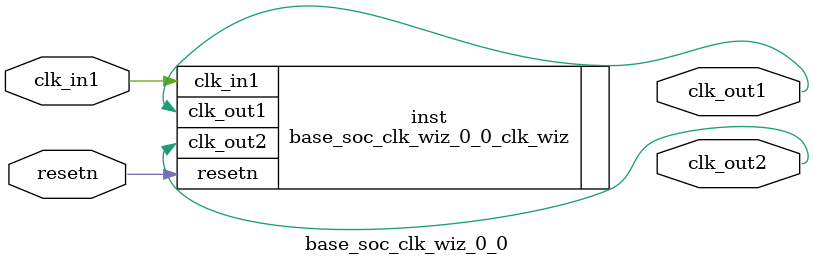
<source format=v>


`timescale 1ps/1ps

(* CORE_GENERATION_INFO = "base_soc_clk_wiz_0_0,clk_wiz_v6_0_3_0_0,{component_name=base_soc_clk_wiz_0_0,use_phase_alignment=true,use_min_o_jitter=false,use_max_i_jitter=false,use_dyn_phase_shift=false,use_inclk_switchover=false,use_dyn_reconfig=false,enable_axi=0,feedback_source=FDBK_AUTO,PRIMITIVE=MMCM,num_out_clk=2,clkin1_period=10.000,clkin2_period=10.000,use_power_down=false,use_reset=true,use_locked=false,use_inclk_stopped=false,feedback_type=SINGLE,CLOCK_MGR_TYPE=NA,manual_override=false}" *)

module base_soc_clk_wiz_0_0 
 (
  // Clock out ports
  output        clk_out1,
  output        clk_out2,
  // Status and control signals
  input         resetn,
 // Clock in ports
  input         clk_in1
 );

  base_soc_clk_wiz_0_0_clk_wiz inst
  (
  // Clock out ports  
  .clk_out1(clk_out1),
  .clk_out2(clk_out2),
  // Status and control signals               
  .resetn(resetn), 
 // Clock in ports
  .clk_in1(clk_in1)
  );

endmodule

</source>
